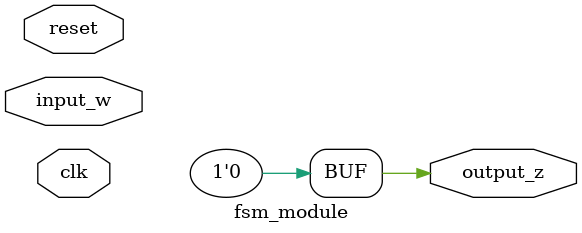
<source format=v>
module fsm_module (clk, reset, input_w, output_z);
    input clk, reset, input_w;
    output reg output_z;
    reg [2:0] current_state, next_state;
    parameter A=3'b111, B=3'b000, C=3'b001, D=3'b010, E=3'b011, F=3'b100, G=3'b101;
    always @ (current_state, input_w)
        case (current_state)
            A: if (input_w) next_state=B; else next_state=A;
            B: if (input_w) next_state=C; else next_state=E;
            C: if (input_w) next_state=C; else next_state=D;
            D: if (input_w) next_state=F; else next_state=A;
            E: if (input_w) next_state=F; else next_state=A;
            F: if (input_w) next_state=C; else next_state=E;
            G: next_state=G;
            default : next_state=3'bxxx;
        endcase
        
    always @ (negedge reset, posedge clk)
        if (!reset) current_state<=A;
        else current_state<=next_state;
        
    always @ (current_state)
        if (current_state==D|current_state==F) output_z=2;
        else output_z=0;
endmodule
</source>
